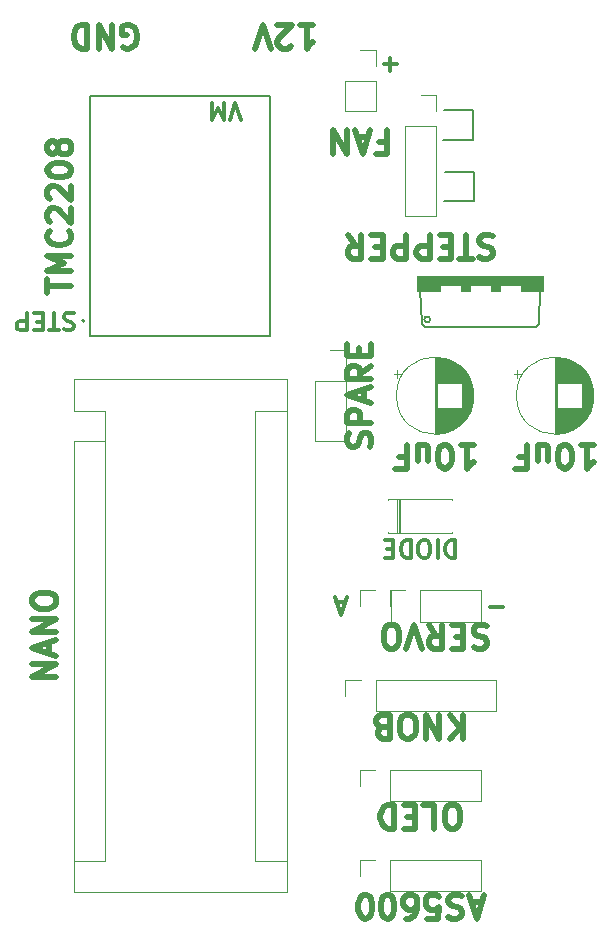
<source format=gbr>
%TF.GenerationSoftware,KiCad,Pcbnew,(6.0.4)*%
%TF.CreationDate,2022-08-04T20:18:12-07:00*%
%TF.ProjectId,l0ckcr4ck3r,6c30636b-6372-4346-936b-33722e6b6963,rev?*%
%TF.SameCoordinates,Original*%
%TF.FileFunction,Legend,Top*%
%TF.FilePolarity,Positive*%
%FSLAX46Y46*%
G04 Gerber Fmt 4.6, Leading zero omitted, Abs format (unit mm)*
G04 Created by KiCad (PCBNEW (6.0.4)) date 2022-08-04 20:18:12*
%MOMM*%
%LPD*%
G01*
G04 APERTURE LIST*
%ADD10C,0.150000*%
%ADD11C,0.500000*%
%ADD12C,0.350000*%
%ADD13C,0.127000*%
%ADD14C,0.200000*%
%ADD15C,0.120000*%
%ADD16C,0.010000*%
G04 APERTURE END LIST*
D10*
X167015023Y-49509512D02*
X164475023Y-49509512D01*
X167075601Y-52158660D02*
X167075601Y-54658660D01*
X167015023Y-46979512D02*
X167015023Y-49509512D01*
X167075601Y-54658660D02*
X164535601Y-54658660D01*
X167015023Y-46979512D02*
X164560023Y-46979512D01*
X164620601Y-52158660D02*
X167075601Y-52158660D01*
D11*
X137413809Y-41640000D02*
X137604285Y-41735238D01*
X137890000Y-41735238D01*
X138175714Y-41640000D01*
X138366190Y-41449523D01*
X138461428Y-41259047D01*
X138556666Y-40878095D01*
X138556666Y-40592380D01*
X138461428Y-40211428D01*
X138366190Y-40020952D01*
X138175714Y-39830476D01*
X137890000Y-39735238D01*
X137699523Y-39735238D01*
X137413809Y-39830476D01*
X137318571Y-39925714D01*
X137318571Y-40592380D01*
X137699523Y-40592380D01*
X136461428Y-39735238D02*
X136461428Y-41735238D01*
X135318571Y-39735238D01*
X135318571Y-41735238D01*
X134366190Y-39735238D02*
X134366190Y-41735238D01*
X133890000Y-41735238D01*
X133604285Y-41640000D01*
X133413809Y-41449523D01*
X133318571Y-41259047D01*
X133223333Y-40878095D01*
X133223333Y-40592380D01*
X133318571Y-40211428D01*
X133413809Y-40020952D01*
X133604285Y-39830476D01*
X133890000Y-39735238D01*
X134366190Y-39735238D01*
X166179047Y-98155238D02*
X166179047Y-100155238D01*
X165036190Y-98155238D02*
X165893333Y-99298095D01*
X165036190Y-100155238D02*
X166179047Y-99012380D01*
X164179047Y-98155238D02*
X164179047Y-100155238D01*
X163036190Y-98155238D01*
X163036190Y-100155238D01*
X161702857Y-100155238D02*
X161321904Y-100155238D01*
X161131428Y-100060000D01*
X160940952Y-99869523D01*
X160845714Y-99488571D01*
X160845714Y-98821904D01*
X160940952Y-98440952D01*
X161131428Y-98250476D01*
X161321904Y-98155238D01*
X161702857Y-98155238D01*
X161893333Y-98250476D01*
X162083809Y-98440952D01*
X162179047Y-98821904D01*
X162179047Y-99488571D01*
X162083809Y-99869523D01*
X161893333Y-100060000D01*
X161702857Y-100155238D01*
X159321904Y-99202857D02*
X159036190Y-99107619D01*
X158940952Y-99012380D01*
X158845714Y-98821904D01*
X158845714Y-98536190D01*
X158940952Y-98345714D01*
X159036190Y-98250476D01*
X159226666Y-98155238D01*
X159988571Y-98155238D01*
X159988571Y-100155238D01*
X159321904Y-100155238D01*
X159131428Y-100060000D01*
X159036190Y-99964761D01*
X158940952Y-99774285D01*
X158940952Y-99583809D01*
X159036190Y-99393333D01*
X159131428Y-99298095D01*
X159321904Y-99202857D01*
X159988571Y-99202857D01*
D12*
X133238571Y-64162857D02*
X133024285Y-64091428D01*
X132667142Y-64091428D01*
X132524285Y-64162857D01*
X132452857Y-64234285D01*
X132381428Y-64377142D01*
X132381428Y-64520000D01*
X132452857Y-64662857D01*
X132524285Y-64734285D01*
X132667142Y-64805714D01*
X132952857Y-64877142D01*
X133095714Y-64948571D01*
X133167142Y-65020000D01*
X133238571Y-65162857D01*
X133238571Y-65305714D01*
X133167142Y-65448571D01*
X133095714Y-65520000D01*
X132952857Y-65591428D01*
X132595714Y-65591428D01*
X132381428Y-65520000D01*
X131952857Y-65591428D02*
X131095714Y-65591428D01*
X131524285Y-64091428D02*
X131524285Y-65591428D01*
X130595714Y-64877142D02*
X130095714Y-64877142D01*
X129881428Y-64091428D02*
X130595714Y-64091428D01*
X130595714Y-65591428D01*
X129881428Y-65591428D01*
X129238571Y-64091428D02*
X129238571Y-65591428D01*
X128667142Y-65591428D01*
X128524285Y-65520000D01*
X128452857Y-65448571D01*
X128381428Y-65305714D01*
X128381428Y-65091428D01*
X128452857Y-64948571D01*
X128524285Y-64877142D01*
X128667142Y-64805714D01*
X129238571Y-64805714D01*
D11*
X159099047Y-49672857D02*
X159765714Y-49672857D01*
X159765714Y-48625238D02*
X159765714Y-50625238D01*
X158813333Y-50625238D01*
X158146666Y-49196666D02*
X157194285Y-49196666D01*
X158337142Y-48625238D02*
X157670476Y-50625238D01*
X157003809Y-48625238D01*
X156337142Y-48625238D02*
X156337142Y-50625238D01*
X155194285Y-48625238D01*
X155194285Y-50625238D01*
D12*
X147407142Y-47811428D02*
X146907142Y-46311428D01*
X146407142Y-47811428D01*
X145907142Y-46311428D02*
X145907142Y-47811428D01*
X145407142Y-46740000D01*
X144907142Y-47811428D01*
X144907142Y-46311428D01*
D11*
X165464761Y-107775238D02*
X165083809Y-107775238D01*
X164893333Y-107680000D01*
X164702857Y-107489523D01*
X164607619Y-107108571D01*
X164607619Y-106441904D01*
X164702857Y-106060952D01*
X164893333Y-105870476D01*
X165083809Y-105775238D01*
X165464761Y-105775238D01*
X165655238Y-105870476D01*
X165845714Y-106060952D01*
X165940952Y-106441904D01*
X165940952Y-107108571D01*
X165845714Y-107489523D01*
X165655238Y-107680000D01*
X165464761Y-107775238D01*
X162798095Y-105775238D02*
X163750476Y-105775238D01*
X163750476Y-107775238D01*
X162131428Y-106822857D02*
X161464761Y-106822857D01*
X161179047Y-105775238D02*
X162131428Y-105775238D01*
X162131428Y-107775238D01*
X161179047Y-107775238D01*
X160321904Y-105775238D02*
X160321904Y-107775238D01*
X159845714Y-107775238D01*
X159560000Y-107680000D01*
X159369523Y-107489523D01*
X159274285Y-107299047D01*
X159179047Y-106918095D01*
X159179047Y-106632380D01*
X159274285Y-106251428D01*
X159369523Y-106060952D01*
X159560000Y-105870476D01*
X159845714Y-105775238D01*
X160321904Y-105775238D01*
X167798095Y-113966666D02*
X166845714Y-113966666D01*
X167988571Y-113395238D02*
X167321904Y-115395238D01*
X166655238Y-113395238D01*
X166083809Y-113490476D02*
X165798095Y-113395238D01*
X165321904Y-113395238D01*
X165131428Y-113490476D01*
X165036190Y-113585714D01*
X164940952Y-113776190D01*
X164940952Y-113966666D01*
X165036190Y-114157142D01*
X165131428Y-114252380D01*
X165321904Y-114347619D01*
X165702857Y-114442857D01*
X165893333Y-114538095D01*
X165988571Y-114633333D01*
X166083809Y-114823809D01*
X166083809Y-115014285D01*
X165988571Y-115204761D01*
X165893333Y-115300000D01*
X165702857Y-115395238D01*
X165226666Y-115395238D01*
X164940952Y-115300000D01*
X163131428Y-115395238D02*
X164083809Y-115395238D01*
X164179047Y-114442857D01*
X164083809Y-114538095D01*
X163893333Y-114633333D01*
X163417142Y-114633333D01*
X163226666Y-114538095D01*
X163131428Y-114442857D01*
X163036190Y-114252380D01*
X163036190Y-113776190D01*
X163131428Y-113585714D01*
X163226666Y-113490476D01*
X163417142Y-113395238D01*
X163893333Y-113395238D01*
X164083809Y-113490476D01*
X164179047Y-113585714D01*
X161321904Y-115395238D02*
X161702857Y-115395238D01*
X161893333Y-115300000D01*
X161988571Y-115204761D01*
X162179047Y-114919047D01*
X162274285Y-114538095D01*
X162274285Y-113776190D01*
X162179047Y-113585714D01*
X162083809Y-113490476D01*
X161893333Y-113395238D01*
X161512380Y-113395238D01*
X161321904Y-113490476D01*
X161226666Y-113585714D01*
X161131428Y-113776190D01*
X161131428Y-114252380D01*
X161226666Y-114442857D01*
X161321904Y-114538095D01*
X161512380Y-114633333D01*
X161893333Y-114633333D01*
X162083809Y-114538095D01*
X162179047Y-114442857D01*
X162274285Y-114252380D01*
X159893333Y-115395238D02*
X159702857Y-115395238D01*
X159512380Y-115300000D01*
X159417142Y-115204761D01*
X159321904Y-115014285D01*
X159226666Y-114633333D01*
X159226666Y-114157142D01*
X159321904Y-113776190D01*
X159417142Y-113585714D01*
X159512380Y-113490476D01*
X159702857Y-113395238D01*
X159893333Y-113395238D01*
X160083809Y-113490476D01*
X160179047Y-113585714D01*
X160274285Y-113776190D01*
X160369523Y-114157142D01*
X160369523Y-114633333D01*
X160274285Y-115014285D01*
X160179047Y-115204761D01*
X160083809Y-115300000D01*
X159893333Y-115395238D01*
X157988571Y-115395238D02*
X157798095Y-115395238D01*
X157607619Y-115300000D01*
X157512380Y-115204761D01*
X157417142Y-115014285D01*
X157321904Y-114633333D01*
X157321904Y-114157142D01*
X157417142Y-113776190D01*
X157512380Y-113585714D01*
X157607619Y-113490476D01*
X157798095Y-113395238D01*
X157988571Y-113395238D01*
X158179047Y-113490476D01*
X158274285Y-113585714D01*
X158369523Y-113776190D01*
X158464761Y-114157142D01*
X158464761Y-114633333D01*
X158369523Y-115014285D01*
X158274285Y-115204761D01*
X158179047Y-115300000D01*
X157988571Y-115395238D01*
X165972857Y-75295238D02*
X167115714Y-75295238D01*
X166544285Y-75295238D02*
X166544285Y-77295238D01*
X166734761Y-77009523D01*
X166925238Y-76819047D01*
X167115714Y-76723809D01*
X164734761Y-77295238D02*
X164544285Y-77295238D01*
X164353809Y-77200000D01*
X164258571Y-77104761D01*
X164163333Y-76914285D01*
X164068095Y-76533333D01*
X164068095Y-76057142D01*
X164163333Y-75676190D01*
X164258571Y-75485714D01*
X164353809Y-75390476D01*
X164544285Y-75295238D01*
X164734761Y-75295238D01*
X164925238Y-75390476D01*
X165020476Y-75485714D01*
X165115714Y-75676190D01*
X165210952Y-76057142D01*
X165210952Y-76533333D01*
X165115714Y-76914285D01*
X165020476Y-77104761D01*
X164925238Y-77200000D01*
X164734761Y-77295238D01*
X162353809Y-76628571D02*
X162353809Y-75295238D01*
X163210952Y-76628571D02*
X163210952Y-75580952D01*
X163115714Y-75390476D01*
X162925238Y-75295238D01*
X162639523Y-75295238D01*
X162449047Y-75390476D01*
X162353809Y-75485714D01*
X160734761Y-76342857D02*
X161401428Y-76342857D01*
X161401428Y-75295238D02*
X161401428Y-77295238D01*
X160449047Y-77295238D01*
D12*
X156173956Y-88617236D02*
X155459671Y-88617236D01*
X156316814Y-88188664D02*
X155816814Y-89688664D01*
X155316814Y-88188664D01*
D11*
X158289523Y-75453333D02*
X158384761Y-75167619D01*
X158384761Y-74691428D01*
X158289523Y-74500952D01*
X158194285Y-74405714D01*
X158003809Y-74310476D01*
X157813333Y-74310476D01*
X157622857Y-74405714D01*
X157527619Y-74500952D01*
X157432380Y-74691428D01*
X157337142Y-75072380D01*
X157241904Y-75262857D01*
X157146666Y-75358095D01*
X156956190Y-75453333D01*
X156765714Y-75453333D01*
X156575238Y-75358095D01*
X156480000Y-75262857D01*
X156384761Y-75072380D01*
X156384761Y-74596190D01*
X156480000Y-74310476D01*
X158384761Y-73453333D02*
X156384761Y-73453333D01*
X156384761Y-72691428D01*
X156480000Y-72500952D01*
X156575238Y-72405714D01*
X156765714Y-72310476D01*
X157051428Y-72310476D01*
X157241904Y-72405714D01*
X157337142Y-72500952D01*
X157432380Y-72691428D01*
X157432380Y-73453333D01*
X157813333Y-71548571D02*
X157813333Y-70596190D01*
X158384761Y-71739047D02*
X156384761Y-71072380D01*
X158384761Y-70405714D01*
X158384761Y-68596190D02*
X157432380Y-69262857D01*
X158384761Y-69739047D02*
X156384761Y-69739047D01*
X156384761Y-68977142D01*
X156480000Y-68786666D01*
X156575238Y-68691428D01*
X156765714Y-68596190D01*
X157051428Y-68596190D01*
X157241904Y-68691428D01*
X157337142Y-68786666D01*
X157432380Y-68977142D01*
X157432380Y-69739047D01*
X157337142Y-67739047D02*
X157337142Y-67072380D01*
X158384761Y-66786666D02*
X158384761Y-67739047D01*
X156384761Y-67739047D01*
X156384761Y-66786666D01*
X130984761Y-62403809D02*
X130984761Y-61260952D01*
X132984761Y-61832380D02*
X130984761Y-61832380D01*
X132984761Y-60594285D02*
X130984761Y-60594285D01*
X132413333Y-59927619D01*
X130984761Y-59260952D01*
X132984761Y-59260952D01*
X132794285Y-57165714D02*
X132889523Y-57260952D01*
X132984761Y-57546666D01*
X132984761Y-57737142D01*
X132889523Y-58022857D01*
X132699047Y-58213333D01*
X132508571Y-58308571D01*
X132127619Y-58403809D01*
X131841904Y-58403809D01*
X131460952Y-58308571D01*
X131270476Y-58213333D01*
X131080000Y-58022857D01*
X130984761Y-57737142D01*
X130984761Y-57546666D01*
X131080000Y-57260952D01*
X131175238Y-57165714D01*
X131175238Y-56403809D02*
X131080000Y-56308571D01*
X130984761Y-56118095D01*
X130984761Y-55641904D01*
X131080000Y-55451428D01*
X131175238Y-55356190D01*
X131365714Y-55260952D01*
X131556190Y-55260952D01*
X131841904Y-55356190D01*
X132984761Y-56499047D01*
X132984761Y-55260952D01*
X131175238Y-54499047D02*
X131080000Y-54403809D01*
X130984761Y-54213333D01*
X130984761Y-53737142D01*
X131080000Y-53546666D01*
X131175238Y-53451428D01*
X131365714Y-53356190D01*
X131556190Y-53356190D01*
X131841904Y-53451428D01*
X132984761Y-54594285D01*
X132984761Y-53356190D01*
X130984761Y-52118095D02*
X130984761Y-51927619D01*
X131080000Y-51737142D01*
X131175238Y-51641904D01*
X131365714Y-51546666D01*
X131746666Y-51451428D01*
X132222857Y-51451428D01*
X132603809Y-51546666D01*
X132794285Y-51641904D01*
X132889523Y-51737142D01*
X132984761Y-51927619D01*
X132984761Y-52118095D01*
X132889523Y-52308571D01*
X132794285Y-52403809D01*
X132603809Y-52499047D01*
X132222857Y-52594285D01*
X131746666Y-52594285D01*
X131365714Y-52499047D01*
X131175238Y-52403809D01*
X131080000Y-52308571D01*
X130984761Y-52118095D01*
X131841904Y-50308571D02*
X131746666Y-50499047D01*
X131651428Y-50594285D01*
X131460952Y-50689523D01*
X131365714Y-50689523D01*
X131175238Y-50594285D01*
X131080000Y-50499047D01*
X130984761Y-50308571D01*
X130984761Y-49927619D01*
X131080000Y-49737142D01*
X131175238Y-49641904D01*
X131365714Y-49546666D01*
X131460952Y-49546666D01*
X131651428Y-49641904D01*
X131746666Y-49737142D01*
X131841904Y-49927619D01*
X131841904Y-50308571D01*
X131937142Y-50499047D01*
X132032380Y-50594285D01*
X132222857Y-50689523D01*
X132603809Y-50689523D01*
X132794285Y-50594285D01*
X132889523Y-50499047D01*
X132984761Y-50308571D01*
X132984761Y-49927619D01*
X132889523Y-49737142D01*
X132794285Y-49641904D01*
X132603809Y-49546666D01*
X132222857Y-49546666D01*
X132032380Y-49641904D01*
X131937142Y-49737142D01*
X131841904Y-49927619D01*
X168210952Y-90630476D02*
X167925238Y-90535238D01*
X167449047Y-90535238D01*
X167258571Y-90630476D01*
X167163333Y-90725714D01*
X167068095Y-90916190D01*
X167068095Y-91106666D01*
X167163333Y-91297142D01*
X167258571Y-91392380D01*
X167449047Y-91487619D01*
X167830000Y-91582857D01*
X168020476Y-91678095D01*
X168115714Y-91773333D01*
X168210952Y-91963809D01*
X168210952Y-92154285D01*
X168115714Y-92344761D01*
X168020476Y-92440000D01*
X167830000Y-92535238D01*
X167353809Y-92535238D01*
X167068095Y-92440000D01*
X166210952Y-91582857D02*
X165544285Y-91582857D01*
X165258571Y-90535238D02*
X166210952Y-90535238D01*
X166210952Y-92535238D01*
X165258571Y-92535238D01*
X163258571Y-90535238D02*
X163925238Y-91487619D01*
X164401428Y-90535238D02*
X164401428Y-92535238D01*
X163639523Y-92535238D01*
X163449047Y-92440000D01*
X163353809Y-92344761D01*
X163258571Y-92154285D01*
X163258571Y-91868571D01*
X163353809Y-91678095D01*
X163449047Y-91582857D01*
X163639523Y-91487619D01*
X164401428Y-91487619D01*
X162687142Y-92535238D02*
X162020476Y-90535238D01*
X161353809Y-92535238D01*
X160306190Y-92535238D02*
X159925238Y-92535238D01*
X159734761Y-92440000D01*
X159544285Y-92249523D01*
X159449047Y-91868571D01*
X159449047Y-91201904D01*
X159544285Y-90820952D01*
X159734761Y-90630476D01*
X159925238Y-90535238D01*
X160306190Y-90535238D01*
X160496666Y-90630476D01*
X160687142Y-90820952D01*
X160782380Y-91201904D01*
X160782380Y-91868571D01*
X160687142Y-92249523D01*
X160496666Y-92440000D01*
X160306190Y-92535238D01*
D12*
X169601419Y-88991715D02*
X168458562Y-88991715D01*
D11*
X168702857Y-57610476D02*
X168417142Y-57515238D01*
X167940952Y-57515238D01*
X167750476Y-57610476D01*
X167655238Y-57705714D01*
X167560000Y-57896190D01*
X167560000Y-58086666D01*
X167655238Y-58277142D01*
X167750476Y-58372380D01*
X167940952Y-58467619D01*
X168321904Y-58562857D01*
X168512380Y-58658095D01*
X168607619Y-58753333D01*
X168702857Y-58943809D01*
X168702857Y-59134285D01*
X168607619Y-59324761D01*
X168512380Y-59420000D01*
X168321904Y-59515238D01*
X167845714Y-59515238D01*
X167560000Y-59420000D01*
X166988571Y-59515238D02*
X165845714Y-59515238D01*
X166417142Y-57515238D02*
X166417142Y-59515238D01*
X165179047Y-58562857D02*
X164512380Y-58562857D01*
X164226666Y-57515238D02*
X165179047Y-57515238D01*
X165179047Y-59515238D01*
X164226666Y-59515238D01*
X163369523Y-57515238D02*
X163369523Y-59515238D01*
X162607619Y-59515238D01*
X162417142Y-59420000D01*
X162321904Y-59324761D01*
X162226666Y-59134285D01*
X162226666Y-58848571D01*
X162321904Y-58658095D01*
X162417142Y-58562857D01*
X162607619Y-58467619D01*
X163369523Y-58467619D01*
X161369523Y-57515238D02*
X161369523Y-59515238D01*
X160607619Y-59515238D01*
X160417142Y-59420000D01*
X160321904Y-59324761D01*
X160226666Y-59134285D01*
X160226666Y-58848571D01*
X160321904Y-58658095D01*
X160417142Y-58562857D01*
X160607619Y-58467619D01*
X161369523Y-58467619D01*
X159369523Y-58562857D02*
X158702857Y-58562857D01*
X158417142Y-57515238D02*
X159369523Y-57515238D01*
X159369523Y-59515238D01*
X158417142Y-59515238D01*
X156417142Y-57515238D02*
X157083809Y-58467619D01*
X157560000Y-57515238D02*
X157560000Y-59515238D01*
X156798095Y-59515238D01*
X156607619Y-59420000D01*
X156512380Y-59324761D01*
X156417142Y-59134285D01*
X156417142Y-58848571D01*
X156512380Y-58658095D01*
X156607619Y-58562857D01*
X156798095Y-58467619D01*
X157560000Y-58467619D01*
D12*
X165538390Y-83356957D02*
X165538390Y-84856957D01*
X165181247Y-84856957D01*
X164966962Y-84785529D01*
X164824105Y-84642671D01*
X164752676Y-84499814D01*
X164681247Y-84214100D01*
X164681247Y-83999814D01*
X164752676Y-83714100D01*
X164824105Y-83571243D01*
X164966962Y-83428386D01*
X165181247Y-83356957D01*
X165538390Y-83356957D01*
X164038390Y-83356957D02*
X164038390Y-84856957D01*
X163038390Y-84856957D02*
X162752676Y-84856957D01*
X162609819Y-84785529D01*
X162466962Y-84642671D01*
X162395533Y-84356957D01*
X162395533Y-83856957D01*
X162466962Y-83571243D01*
X162609819Y-83428386D01*
X162752676Y-83356957D01*
X163038390Y-83356957D01*
X163181247Y-83428386D01*
X163324105Y-83571243D01*
X163395533Y-83856957D01*
X163395533Y-84356957D01*
X163324105Y-84642671D01*
X163181247Y-84785529D01*
X163038390Y-84856957D01*
X161752676Y-83356957D02*
X161752676Y-84856957D01*
X161395533Y-84856957D01*
X161181247Y-84785529D01*
X161038390Y-84642671D01*
X160966962Y-84499814D01*
X160895533Y-84214100D01*
X160895533Y-83999814D01*
X160966962Y-83714100D01*
X161038390Y-83571243D01*
X161181247Y-83428386D01*
X161395533Y-83356957D01*
X161752676Y-83356957D01*
X160252676Y-84142671D02*
X159752676Y-84142671D01*
X159538390Y-83356957D02*
X160252676Y-83356957D01*
X160252676Y-84856957D01*
X159538390Y-84856957D01*
X160591428Y-43072857D02*
X159448571Y-43072857D01*
X160020000Y-42501428D02*
X160020000Y-43644285D01*
D11*
X131714761Y-94963809D02*
X129714761Y-94963809D01*
X131714761Y-93820952D01*
X129714761Y-93820952D01*
X131143333Y-92963809D02*
X131143333Y-92011428D01*
X131714761Y-93154285D02*
X129714761Y-92487619D01*
X131714761Y-91820952D01*
X131714761Y-91154285D02*
X129714761Y-91154285D01*
X131714761Y-90011428D01*
X129714761Y-90011428D01*
X129714761Y-88678095D02*
X129714761Y-88297142D01*
X129810000Y-88106666D01*
X130000476Y-87916190D01*
X130381428Y-87820952D01*
X131048095Y-87820952D01*
X131429047Y-87916190D01*
X131619523Y-88106666D01*
X131714761Y-88297142D01*
X131714761Y-88678095D01*
X131619523Y-88868571D01*
X131429047Y-89059047D01*
X131048095Y-89154285D01*
X130381428Y-89154285D01*
X130000476Y-89059047D01*
X129810000Y-88868571D01*
X129714761Y-88678095D01*
X176132857Y-75295238D02*
X177275714Y-75295238D01*
X176704285Y-75295238D02*
X176704285Y-77295238D01*
X176894761Y-77009523D01*
X177085238Y-76819047D01*
X177275714Y-76723809D01*
X174894761Y-77295238D02*
X174704285Y-77295238D01*
X174513809Y-77200000D01*
X174418571Y-77104761D01*
X174323333Y-76914285D01*
X174228095Y-76533333D01*
X174228095Y-76057142D01*
X174323333Y-75676190D01*
X174418571Y-75485714D01*
X174513809Y-75390476D01*
X174704285Y-75295238D01*
X174894761Y-75295238D01*
X175085238Y-75390476D01*
X175180476Y-75485714D01*
X175275714Y-75676190D01*
X175370952Y-76057142D01*
X175370952Y-76533333D01*
X175275714Y-76914285D01*
X175180476Y-77104761D01*
X175085238Y-77200000D01*
X174894761Y-77295238D01*
X172513809Y-76628571D02*
X172513809Y-75295238D01*
X173370952Y-76628571D02*
X173370952Y-75580952D01*
X173275714Y-75390476D01*
X173085238Y-75295238D01*
X172799523Y-75295238D01*
X172609047Y-75390476D01*
X172513809Y-75485714D01*
X170894761Y-76342857D02*
X171561428Y-76342857D01*
X171561428Y-75295238D02*
X171561428Y-77295238D01*
X170609047Y-77295238D01*
X152368095Y-39735238D02*
X153510952Y-39735238D01*
X152939523Y-39735238D02*
X152939523Y-41735238D01*
X153130000Y-41449523D01*
X153320476Y-41259047D01*
X153510952Y-41163809D01*
X151606190Y-41544761D02*
X151510952Y-41640000D01*
X151320476Y-41735238D01*
X150844285Y-41735238D01*
X150653809Y-41640000D01*
X150558571Y-41544761D01*
X150463333Y-41354285D01*
X150463333Y-41163809D01*
X150558571Y-40878095D01*
X151701428Y-39735238D01*
X150463333Y-39735238D01*
X149891904Y-41735238D02*
X149225238Y-39735238D01*
X148558571Y-41735238D01*
D13*
%TO.C,U2*%
X149860000Y-66040000D02*
X149860000Y-45720000D01*
X134620000Y-66040000D02*
X149860000Y-66040000D01*
X134620000Y-45720000D02*
X134620000Y-66040000D01*
X149860000Y-45720000D02*
X134620000Y-45720000D01*
D14*
X134130000Y-64770000D02*
G75*
G03*
X134130000Y-64770000I-100000J0D01*
G01*
D15*
%TO.C,M3*%
X162570000Y-90255000D02*
X162570000Y-87595000D01*
X159970000Y-87595000D02*
X161300000Y-87595000D01*
X159970000Y-88925000D02*
X159970000Y-87595000D01*
X162570000Y-90255000D02*
X167710000Y-90255000D01*
X167710000Y-90255000D02*
X167710000Y-87595000D01*
X162570000Y-87595000D02*
X167710000Y-87595000D01*
%TO.C,U6*%
X167710000Y-105470000D02*
X167710000Y-102810000D01*
X160030000Y-105470000D02*
X160030000Y-102810000D01*
X160030000Y-105470000D02*
X167710000Y-105470000D01*
X157430000Y-102810000D02*
X158760000Y-102810000D01*
X160030000Y-102810000D02*
X167710000Y-102810000D01*
X157430000Y-104140000D02*
X157430000Y-102810000D01*
%TO.C,M2*%
X156150000Y-44450000D02*
X158810000Y-44450000D01*
X157480000Y-41850000D02*
X158810000Y-41850000D01*
X158810000Y-41850000D02*
X158810000Y-43180000D01*
X156150000Y-47050000D02*
X158810000Y-47050000D01*
X158810000Y-44450000D02*
X158810000Y-47050000D01*
X156150000Y-44450000D02*
X156150000Y-47050000D01*
%TO.C,U5*%
X160030000Y-113090000D02*
X167710000Y-113090000D01*
X160030000Y-113090000D02*
X160030000Y-110430000D01*
X167710000Y-113090000D02*
X167710000Y-110430000D01*
X157430000Y-111760000D02*
X157430000Y-110430000D01*
X157430000Y-110430000D02*
X158760000Y-110430000D01*
X160030000Y-110430000D02*
X167710000Y-110430000D01*
D13*
%TO.C,U4*%
X172339000Y-65278000D02*
X172593000Y-65024000D01*
X172720000Y-62103000D02*
X172593000Y-65024000D01*
X162687000Y-65024000D02*
X162560000Y-62103000D01*
X172339000Y-65278000D02*
X162941000Y-65278000D01*
X162687000Y-65024000D02*
X162941000Y-65278000D01*
X163398200Y-64668400D02*
G75*
G03*
X163398200Y-64668400I-254000J0D01*
G01*
G36*
X164211000Y-62230000D02*
G01*
X162306000Y-62230000D01*
X162306000Y-61722000D01*
X164211000Y-61722000D01*
X164211000Y-62230000D01*
G37*
D16*
X164211000Y-62230000D02*
X162306000Y-62230000D01*
X162306000Y-61722000D01*
X164211000Y-61722000D01*
X164211000Y-62230000D01*
G36*
X172974000Y-61722000D02*
G01*
X162306000Y-61722000D01*
X162306000Y-60960000D01*
X172974000Y-60960000D01*
X172974000Y-61722000D01*
G37*
X172974000Y-61722000D02*
X162306000Y-61722000D01*
X162306000Y-60960000D01*
X172974000Y-60960000D01*
X172974000Y-61722000D01*
G36*
X166751000Y-62230000D02*
G01*
X165989000Y-62230000D01*
X165989000Y-61722000D01*
X166751000Y-61722000D01*
X166751000Y-62230000D01*
G37*
X166751000Y-62230000D02*
X165989000Y-62230000D01*
X165989000Y-61722000D01*
X166751000Y-61722000D01*
X166751000Y-62230000D01*
G36*
X172974000Y-62230000D02*
G01*
X171069000Y-62230000D01*
X171069000Y-61722000D01*
X172974000Y-61722000D01*
X172974000Y-62230000D01*
G37*
X172974000Y-62230000D02*
X171069000Y-62230000D01*
X171069000Y-61722000D01*
X172974000Y-61722000D01*
X172974000Y-62230000D01*
G36*
X169291000Y-62230000D02*
G01*
X168529000Y-62230000D01*
X168529000Y-61722000D01*
X169291000Y-61722000D01*
X169291000Y-62230000D01*
G37*
X169291000Y-62230000D02*
X168529000Y-62230000D01*
X168529000Y-61722000D01*
X169291000Y-61722000D01*
X169291000Y-62230000D01*
D15*
%TO.C,M1*%
X161255000Y-48270000D02*
X161255000Y-55950000D01*
X163915000Y-45670000D02*
X163915000Y-47000000D01*
X162585000Y-45670000D02*
X163915000Y-45670000D01*
X161255000Y-48270000D02*
X163915000Y-48270000D01*
X163915000Y-48270000D02*
X163915000Y-55950000D01*
X161255000Y-55950000D02*
X163915000Y-55950000D01*
%TO.C,M4*%
X154940000Y-67250000D02*
X156270000Y-67250000D01*
X153610000Y-69850000D02*
X153610000Y-74990000D01*
X153610000Y-74990000D02*
X156270000Y-74990000D01*
X156270000Y-69850000D02*
X156270000Y-74990000D01*
X156270000Y-67250000D02*
X156270000Y-68580000D01*
X153610000Y-69850000D02*
X156270000Y-69850000D01*
%TO.C,C1*%
X164210000Y-72160000D02*
X164210000Y-74326000D01*
X165771000Y-68542000D02*
X165771000Y-70080000D01*
X165851000Y-72160000D02*
X165851000Y-73636000D01*
X166131000Y-68855000D02*
X166131000Y-73385000D01*
X165531000Y-68378000D02*
X165531000Y-70080000D01*
X164731000Y-72160000D02*
X164731000Y-74218000D01*
X165611000Y-68430000D02*
X165611000Y-70080000D01*
X165971000Y-68704000D02*
X165971000Y-70080000D01*
X165731000Y-72160000D02*
X165731000Y-73727000D01*
X166491000Y-69286000D02*
X166491000Y-72954000D01*
X164811000Y-68046000D02*
X164811000Y-70080000D01*
X165931000Y-72160000D02*
X165931000Y-73570000D01*
X164370000Y-67938000D02*
X164370000Y-70080000D01*
X165091000Y-68150000D02*
X165091000Y-70080000D01*
X166051000Y-68777000D02*
X166051000Y-70080000D01*
X165691000Y-68484000D02*
X165691000Y-70080000D01*
X165611000Y-72160000D02*
X165611000Y-73810000D01*
X165651000Y-72160000D02*
X165651000Y-73784000D01*
X165011000Y-72160000D02*
X165011000Y-74122000D01*
X165651000Y-68456000D02*
X165651000Y-70080000D01*
X166291000Y-69028000D02*
X166291000Y-73212000D01*
X165811000Y-72160000D02*
X165811000Y-73668000D01*
X164450000Y-72160000D02*
X164450000Y-74287000D01*
X164330000Y-72160000D02*
X164330000Y-74309000D01*
X165851000Y-68604000D02*
X165851000Y-70080000D01*
X166051000Y-72160000D02*
X166051000Y-73463000D01*
X165291000Y-72160000D02*
X165291000Y-73996000D01*
X164250000Y-72160000D02*
X164250000Y-74321000D01*
X165451000Y-72160000D02*
X165451000Y-73910000D01*
X165691000Y-72160000D02*
X165691000Y-73756000D01*
X165491000Y-72160000D02*
X165491000Y-73886000D01*
X164571000Y-72160000D02*
X164571000Y-74261000D01*
X164691000Y-68010000D02*
X164691000Y-70080000D01*
X164050000Y-72160000D02*
X164050000Y-74342000D01*
X166571000Y-69406000D02*
X166571000Y-72834000D01*
X165251000Y-72160000D02*
X165251000Y-74016000D01*
X165131000Y-72160000D02*
X165131000Y-74072000D01*
X166771000Y-69770000D02*
X166771000Y-72470000D01*
X166411000Y-69176000D02*
X166411000Y-73064000D01*
X164450000Y-67953000D02*
X164450000Y-70080000D01*
X164691000Y-72160000D02*
X164691000Y-74230000D01*
X166971000Y-70318000D02*
X166971000Y-71922000D01*
X165411000Y-72160000D02*
X165411000Y-73932000D01*
X165331000Y-68264000D02*
X165331000Y-70080000D01*
X164170000Y-67909000D02*
X164170000Y-70080000D01*
X165451000Y-68330000D02*
X165451000Y-70080000D01*
X164851000Y-72160000D02*
X164851000Y-74181000D01*
X164611000Y-72160000D02*
X164611000Y-74251000D01*
X165051000Y-68134000D02*
X165051000Y-70080000D01*
X165971000Y-72160000D02*
X165971000Y-73536000D01*
X166091000Y-72160000D02*
X166091000Y-73425000D01*
X165251000Y-68224000D02*
X165251000Y-70080000D01*
X166171000Y-68896000D02*
X166171000Y-73344000D01*
X165531000Y-72160000D02*
X165531000Y-73862000D01*
X165051000Y-72160000D02*
X165051000Y-74106000D01*
X160309759Y-69281000D02*
X160939759Y-69281000D01*
X165211000Y-68204000D02*
X165211000Y-70080000D01*
X166651000Y-69539000D02*
X166651000Y-72701000D01*
X166931000Y-70180000D02*
X166931000Y-72060000D01*
X166011000Y-72160000D02*
X166011000Y-73500000D01*
X166011000Y-68740000D02*
X166011000Y-70080000D01*
X164370000Y-72160000D02*
X164370000Y-74302000D01*
X163930000Y-67892000D02*
X163930000Y-74348000D01*
X164531000Y-72160000D02*
X164531000Y-74270000D01*
X164090000Y-72160000D02*
X164090000Y-74338000D01*
X166891000Y-70061000D02*
X166891000Y-72179000D01*
X164891000Y-72160000D02*
X164891000Y-74167000D01*
X165131000Y-68168000D02*
X165131000Y-70080000D01*
X164130000Y-72160000D02*
X164130000Y-74335000D01*
X164971000Y-72160000D02*
X164971000Y-74138000D01*
X164090000Y-67902000D02*
X164090000Y-70080000D01*
X165771000Y-72160000D02*
X165771000Y-73698000D01*
X164330000Y-67931000D02*
X164330000Y-70080000D01*
X164651000Y-72160000D02*
X164651000Y-74241000D01*
X164210000Y-67914000D02*
X164210000Y-70080000D01*
X165171000Y-68186000D02*
X165171000Y-70080000D01*
X165571000Y-68404000D02*
X165571000Y-70080000D01*
X165091000Y-72160000D02*
X165091000Y-74090000D01*
X166371000Y-69125000D02*
X166371000Y-73115000D01*
X167011000Y-70487000D02*
X167011000Y-71753000D01*
X164410000Y-72160000D02*
X164410000Y-74295000D01*
X165331000Y-72160000D02*
X165331000Y-73976000D01*
X164050000Y-67898000D02*
X164050000Y-70080000D01*
X164971000Y-68102000D02*
X164971000Y-70080000D01*
X164010000Y-67896000D02*
X164010000Y-74344000D01*
X166811000Y-69858000D02*
X166811000Y-72382000D01*
X165571000Y-72160000D02*
X165571000Y-73836000D01*
X166611000Y-69470000D02*
X166611000Y-72770000D01*
X164290000Y-67925000D02*
X164290000Y-70080000D01*
X165291000Y-68244000D02*
X165291000Y-70080000D01*
X165931000Y-68670000D02*
X165931000Y-70080000D01*
X165371000Y-72160000D02*
X165371000Y-73954000D01*
X164571000Y-67979000D02*
X164571000Y-70080000D01*
X165811000Y-68572000D02*
X165811000Y-70080000D01*
X166451000Y-69230000D02*
X166451000Y-73010000D01*
X165211000Y-72160000D02*
X165211000Y-74036000D01*
X165011000Y-68118000D02*
X165011000Y-70080000D01*
X165491000Y-68354000D02*
X165491000Y-70080000D01*
X164931000Y-72160000D02*
X164931000Y-74153000D01*
X166331000Y-69076000D02*
X166331000Y-73164000D01*
X163890000Y-67890000D02*
X163890000Y-74350000D01*
X164490000Y-67961000D02*
X164490000Y-70080000D01*
X164651000Y-67999000D02*
X164651000Y-70080000D01*
X164771000Y-68034000D02*
X164771000Y-70080000D01*
X163970000Y-67893000D02*
X163970000Y-74347000D01*
X163850000Y-67890000D02*
X163850000Y-74350000D01*
X166211000Y-68938000D02*
X166211000Y-73302000D01*
X165371000Y-68286000D02*
X165371000Y-70080000D01*
X164851000Y-68059000D02*
X164851000Y-70080000D01*
X164290000Y-72160000D02*
X164290000Y-74315000D01*
X164130000Y-67905000D02*
X164130000Y-70080000D01*
X165171000Y-72160000D02*
X165171000Y-74054000D01*
X160624759Y-68966000D02*
X160624759Y-69596000D01*
X166851000Y-69955000D02*
X166851000Y-72285000D01*
X164891000Y-68073000D02*
X164891000Y-70080000D01*
X164931000Y-68087000D02*
X164931000Y-70080000D01*
X166731000Y-69688000D02*
X166731000Y-72552000D01*
X166251000Y-68983000D02*
X166251000Y-73257000D01*
X164410000Y-67945000D02*
X164410000Y-70080000D01*
X166691000Y-69611000D02*
X166691000Y-72629000D01*
X165731000Y-68513000D02*
X165731000Y-70080000D01*
X167051000Y-70718000D02*
X167051000Y-71522000D01*
X164490000Y-72160000D02*
X164490000Y-74279000D01*
X163810000Y-67890000D02*
X163810000Y-74350000D01*
X165891000Y-72160000D02*
X165891000Y-73604000D01*
X164771000Y-72160000D02*
X164771000Y-74206000D01*
X164250000Y-67919000D02*
X164250000Y-70080000D01*
X164170000Y-72160000D02*
X164170000Y-74331000D01*
X164531000Y-67970000D02*
X164531000Y-70080000D01*
X164811000Y-72160000D02*
X164811000Y-74194000D01*
X166531000Y-69344000D02*
X166531000Y-72896000D01*
X165411000Y-68308000D02*
X165411000Y-70080000D01*
X165891000Y-68636000D02*
X165891000Y-70080000D01*
X164611000Y-67989000D02*
X164611000Y-70080000D01*
X166091000Y-68815000D02*
X166091000Y-70080000D01*
X164731000Y-68022000D02*
X164731000Y-70080000D01*
X167080000Y-71120000D02*
G75*
G03*
X167080000Y-71120000I-3270000J0D01*
G01*
%TO.C,U3*%
X158780000Y-97850000D02*
X169000000Y-97850000D01*
X156180000Y-96520000D02*
X156180000Y-95190000D01*
X169000000Y-97850000D02*
X169000000Y-95190000D01*
X156180000Y-95190000D02*
X157510000Y-95190000D01*
X158780000Y-97850000D02*
X158780000Y-95190000D01*
X158780000Y-95190000D02*
X169000000Y-95190000D01*
%TO.C,D1*%
X159840000Y-79835000D02*
X165280000Y-79835000D01*
X159840000Y-79965000D02*
X159840000Y-79835000D01*
X165280000Y-82775000D02*
X165280000Y-82645000D01*
X165280000Y-79835000D02*
X165280000Y-79965000D01*
X160740000Y-79835000D02*
X160740000Y-82775000D01*
X159840000Y-82645000D02*
X159840000Y-82775000D01*
X160860000Y-79835000D02*
X160860000Y-82775000D01*
X159840000Y-82775000D02*
X165280000Y-82775000D01*
X160620000Y-79835000D02*
X160620000Y-82775000D01*
%TO.C,C2*%
X176971000Y-69858000D02*
X176971000Y-72382000D01*
X174410000Y-67919000D02*
X174410000Y-70080000D01*
X175051000Y-68073000D02*
X175051000Y-70080000D01*
X175931000Y-72160000D02*
X175931000Y-73698000D01*
X176691000Y-69344000D02*
X176691000Y-72896000D01*
X175011000Y-68059000D02*
X175011000Y-70080000D01*
X175411000Y-68224000D02*
X175411000Y-70080000D01*
X177051000Y-70061000D02*
X177051000Y-72179000D01*
X176491000Y-69076000D02*
X176491000Y-73164000D01*
X175131000Y-68102000D02*
X175131000Y-70080000D01*
X176091000Y-72160000D02*
X176091000Y-73570000D01*
X176051000Y-72160000D02*
X176051000Y-73604000D01*
X175571000Y-72160000D02*
X175571000Y-73932000D01*
X177011000Y-69955000D02*
X177011000Y-72285000D01*
X175851000Y-72160000D02*
X175851000Y-73756000D01*
X175011000Y-72160000D02*
X175011000Y-74181000D01*
X175971000Y-72160000D02*
X175971000Y-73668000D01*
X175451000Y-72160000D02*
X175451000Y-73996000D01*
X176131000Y-68704000D02*
X176131000Y-70080000D01*
X176571000Y-69176000D02*
X176571000Y-73064000D01*
X174931000Y-72160000D02*
X174931000Y-74206000D01*
X174811000Y-72160000D02*
X174811000Y-74241000D01*
X175651000Y-72160000D02*
X175651000Y-73886000D01*
X175291000Y-72160000D02*
X175291000Y-74072000D01*
X174610000Y-72160000D02*
X174610000Y-74287000D01*
X176211000Y-68777000D02*
X176211000Y-70080000D01*
X175731000Y-68404000D02*
X175731000Y-70080000D01*
X174370000Y-67914000D02*
X174370000Y-70080000D01*
X175291000Y-68168000D02*
X175291000Y-70080000D01*
X174570000Y-72160000D02*
X174570000Y-74295000D01*
X174691000Y-72160000D02*
X174691000Y-74270000D01*
X176091000Y-68670000D02*
X176091000Y-70080000D01*
X177211000Y-70718000D02*
X177211000Y-71522000D01*
X170469759Y-69281000D02*
X171099759Y-69281000D01*
X174210000Y-72160000D02*
X174210000Y-74342000D01*
X175411000Y-72160000D02*
X175411000Y-74016000D01*
X175771000Y-68430000D02*
X175771000Y-70080000D01*
X176851000Y-69611000D02*
X176851000Y-72629000D01*
X174370000Y-72160000D02*
X174370000Y-74326000D01*
X176411000Y-68983000D02*
X176411000Y-73257000D01*
X174650000Y-67961000D02*
X174650000Y-70080000D01*
X176011000Y-72160000D02*
X176011000Y-73636000D01*
X174210000Y-67898000D02*
X174210000Y-70080000D01*
X176131000Y-72160000D02*
X176131000Y-73536000D01*
X174851000Y-68010000D02*
X174851000Y-70080000D01*
X175811000Y-72160000D02*
X175811000Y-73784000D01*
X174410000Y-72160000D02*
X174410000Y-74321000D01*
X175371000Y-68204000D02*
X175371000Y-70080000D01*
X175131000Y-72160000D02*
X175131000Y-74138000D01*
X174691000Y-67970000D02*
X174691000Y-70080000D01*
X174731000Y-67979000D02*
X174731000Y-70080000D01*
X175691000Y-68378000D02*
X175691000Y-70080000D01*
X176811000Y-69539000D02*
X176811000Y-72701000D01*
X176611000Y-69230000D02*
X176611000Y-73010000D01*
X174771000Y-67989000D02*
X174771000Y-70080000D01*
X174971000Y-72160000D02*
X174971000Y-74194000D01*
X175811000Y-68456000D02*
X175811000Y-70080000D01*
X176171000Y-68740000D02*
X176171000Y-70080000D01*
X177171000Y-70487000D02*
X177171000Y-71753000D01*
X174330000Y-72160000D02*
X174330000Y-74331000D01*
X176451000Y-69028000D02*
X176451000Y-73212000D01*
X175691000Y-72160000D02*
X175691000Y-73862000D01*
X176931000Y-69770000D02*
X176931000Y-72470000D01*
X175451000Y-68244000D02*
X175451000Y-70080000D01*
X174330000Y-67909000D02*
X174330000Y-70080000D01*
X174170000Y-67896000D02*
X174170000Y-74344000D01*
X176331000Y-68896000D02*
X176331000Y-73344000D01*
X175891000Y-68513000D02*
X175891000Y-70080000D01*
X174851000Y-72160000D02*
X174851000Y-74230000D01*
X174771000Y-72160000D02*
X174771000Y-74251000D01*
X175051000Y-72160000D02*
X175051000Y-74167000D01*
X174891000Y-68022000D02*
X174891000Y-70080000D01*
X176251000Y-72160000D02*
X176251000Y-73425000D01*
X175491000Y-72160000D02*
X175491000Y-73976000D01*
X174010000Y-67890000D02*
X174010000Y-74350000D01*
X175531000Y-72160000D02*
X175531000Y-73954000D01*
X175371000Y-72160000D02*
X175371000Y-74036000D01*
X177091000Y-70180000D02*
X177091000Y-72060000D01*
X174130000Y-67893000D02*
X174130000Y-74347000D01*
X177131000Y-70318000D02*
X177131000Y-71922000D01*
X175731000Y-72160000D02*
X175731000Y-73836000D01*
X174450000Y-72160000D02*
X174450000Y-74315000D01*
X175651000Y-68354000D02*
X175651000Y-70080000D01*
X176891000Y-69688000D02*
X176891000Y-72552000D01*
X175251000Y-68150000D02*
X175251000Y-70080000D01*
X174650000Y-72160000D02*
X174650000Y-74279000D01*
X174450000Y-67925000D02*
X174450000Y-70080000D01*
X175851000Y-68484000D02*
X175851000Y-70080000D01*
X174530000Y-67938000D02*
X174530000Y-70080000D01*
X175971000Y-68572000D02*
X175971000Y-70080000D01*
X175171000Y-68118000D02*
X175171000Y-70080000D01*
X175091000Y-72160000D02*
X175091000Y-74153000D01*
X175251000Y-72160000D02*
X175251000Y-74090000D01*
X176771000Y-69470000D02*
X176771000Y-72770000D01*
X175531000Y-68286000D02*
X175531000Y-70080000D01*
X175491000Y-68264000D02*
X175491000Y-70080000D01*
X175571000Y-68308000D02*
X175571000Y-70080000D01*
X174891000Y-72160000D02*
X174891000Y-74218000D01*
X175611000Y-68330000D02*
X175611000Y-70080000D01*
X176651000Y-69286000D02*
X176651000Y-72954000D01*
X174610000Y-67953000D02*
X174610000Y-70080000D01*
X174290000Y-72160000D02*
X174290000Y-74335000D01*
X176171000Y-72160000D02*
X176171000Y-73500000D01*
X176011000Y-68604000D02*
X176011000Y-70080000D01*
X176251000Y-68815000D02*
X176251000Y-70080000D01*
X176211000Y-72160000D02*
X176211000Y-73463000D01*
X176051000Y-68636000D02*
X176051000Y-70080000D01*
X174050000Y-67890000D02*
X174050000Y-74350000D01*
X175211000Y-72160000D02*
X175211000Y-74106000D01*
X176731000Y-69406000D02*
X176731000Y-72834000D01*
X175931000Y-68542000D02*
X175931000Y-70080000D01*
X174250000Y-67902000D02*
X174250000Y-70080000D01*
X173970000Y-67890000D02*
X173970000Y-74350000D01*
X176291000Y-68855000D02*
X176291000Y-73385000D01*
X174811000Y-67999000D02*
X174811000Y-70080000D01*
X174490000Y-67931000D02*
X174490000Y-70080000D01*
X176371000Y-68938000D02*
X176371000Y-73302000D01*
X175771000Y-72160000D02*
X175771000Y-73810000D01*
X170784759Y-68966000D02*
X170784759Y-69596000D01*
X174731000Y-72160000D02*
X174731000Y-74261000D01*
X174250000Y-72160000D02*
X174250000Y-74338000D01*
X175611000Y-72160000D02*
X175611000Y-73910000D01*
X175091000Y-68087000D02*
X175091000Y-70080000D01*
X174971000Y-68046000D02*
X174971000Y-70080000D01*
X176531000Y-69125000D02*
X176531000Y-73115000D01*
X174290000Y-67905000D02*
X174290000Y-70080000D01*
X174490000Y-72160000D02*
X174490000Y-74309000D01*
X174931000Y-68034000D02*
X174931000Y-70080000D01*
X175331000Y-72160000D02*
X175331000Y-74054000D01*
X175171000Y-72160000D02*
X175171000Y-74122000D01*
X175891000Y-72160000D02*
X175891000Y-73727000D01*
X174570000Y-67945000D02*
X174570000Y-70080000D01*
X174530000Y-72160000D02*
X174530000Y-74302000D01*
X175211000Y-68134000D02*
X175211000Y-70080000D01*
X175331000Y-68186000D02*
X175331000Y-70080000D01*
X174090000Y-67892000D02*
X174090000Y-74348000D01*
X177240000Y-71120000D02*
G75*
G03*
X177240000Y-71120000I-3270000J0D01*
G01*
%TO.C,A1*%
X133220000Y-69720000D02*
X133220000Y-72390000D01*
X133220000Y-74930000D02*
X133220000Y-113160000D01*
X148590000Y-110490000D02*
X151260000Y-110490000D01*
X151260000Y-113160000D02*
X151260000Y-69720000D01*
X148590000Y-72390000D02*
X151260000Y-72390000D01*
X135890000Y-74930000D02*
X135890000Y-72390000D01*
X135890000Y-72390000D02*
X133220000Y-72390000D01*
X135890000Y-74930000D02*
X135890000Y-110490000D01*
X135890000Y-110490000D02*
X133220000Y-110490000D01*
X148590000Y-72390000D02*
X148590000Y-110490000D01*
X151260000Y-69720000D02*
X133220000Y-69720000D01*
X135890000Y-74930000D02*
X133220000Y-74930000D01*
X133220000Y-113160000D02*
X151260000Y-113160000D01*
%TO.C,J1*%
X157430000Y-88925000D02*
X157430000Y-87595000D01*
X157430000Y-87595000D02*
X158760000Y-87595000D01*
X160090000Y-90255000D02*
X160090000Y-87595000D01*
X159970000Y-90255000D02*
X160090000Y-90255000D01*
X159970000Y-87595000D02*
X160090000Y-87595000D01*
%TD*%
M02*

</source>
